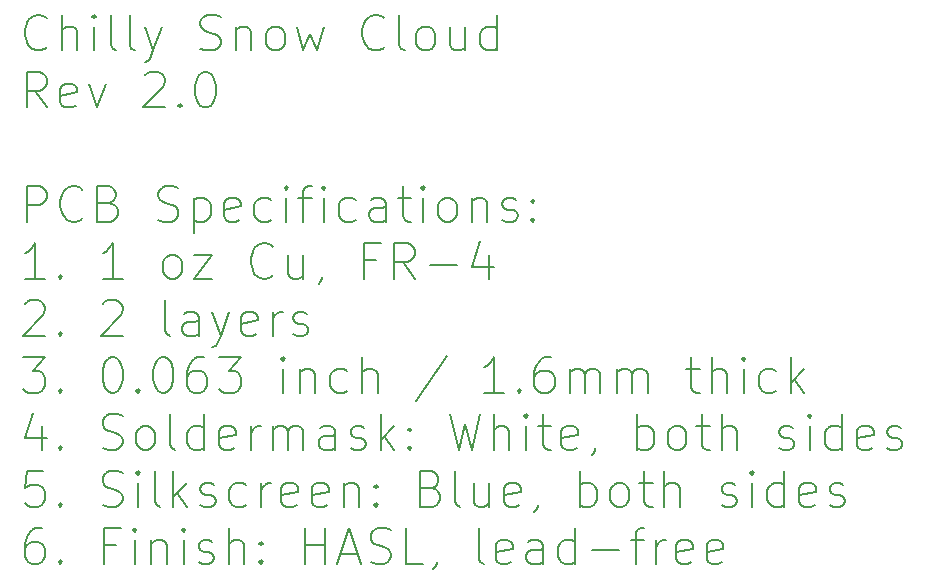
<source format=gbr>
%TF.GenerationSoftware,KiCad,Pcbnew,(6.0.4)*%
%TF.CreationDate,2024-01-19T15:31:49-08:00*%
%TF.ProjectId,Alpenglow_ChillySnowCloud_PCB,416c7065-6e67-46c6-9f77-5f4368696c6c,rev?*%
%TF.SameCoordinates,Original*%
%TF.FileFunction,Other,Comment*%
%FSLAX46Y46*%
G04 Gerber Fmt 4.6, Leading zero omitted, Abs format (unit mm)*
G04 Created by KiCad (PCBNEW (6.0.4)) date 2024-01-19 15:31:49*
%MOMM*%
%LPD*%
G01*
G04 APERTURE LIST*
%ADD10C,0.200000*%
G04 APERTURE END LIST*
D10*
X153688571Y-74332428D02*
X153545714Y-74475285D01*
X153117142Y-74618142D01*
X152831428Y-74618142D01*
X152402857Y-74475285D01*
X152117142Y-74189571D01*
X151974285Y-73903857D01*
X151831428Y-73332428D01*
X151831428Y-72903857D01*
X151974285Y-72332428D01*
X152117142Y-72046714D01*
X152402857Y-71761000D01*
X152831428Y-71618142D01*
X153117142Y-71618142D01*
X153545714Y-71761000D01*
X153688571Y-71903857D01*
X154974285Y-74618142D02*
X154974285Y-71618142D01*
X156260000Y-74618142D02*
X156260000Y-73046714D01*
X156117142Y-72761000D01*
X155831428Y-72618142D01*
X155402857Y-72618142D01*
X155117142Y-72761000D01*
X154974285Y-72903857D01*
X157688571Y-74618142D02*
X157688571Y-72618142D01*
X157688571Y-71618142D02*
X157545714Y-71761000D01*
X157688571Y-71903857D01*
X157831428Y-71761000D01*
X157688571Y-71618142D01*
X157688571Y-71903857D01*
X159545714Y-74618142D02*
X159260000Y-74475285D01*
X159117142Y-74189571D01*
X159117142Y-71618142D01*
X161117142Y-74618142D02*
X160831428Y-74475285D01*
X160688571Y-74189571D01*
X160688571Y-71618142D01*
X161974285Y-72618142D02*
X162688571Y-74618142D01*
X163402857Y-72618142D02*
X162688571Y-74618142D01*
X162402857Y-75332428D01*
X162260000Y-75475285D01*
X161974285Y-75618142D01*
X166688571Y-74475285D02*
X167117142Y-74618142D01*
X167831428Y-74618142D01*
X168117142Y-74475285D01*
X168260000Y-74332428D01*
X168402857Y-74046714D01*
X168402857Y-73761000D01*
X168260000Y-73475285D01*
X168117142Y-73332428D01*
X167831428Y-73189571D01*
X167260000Y-73046714D01*
X166974285Y-72903857D01*
X166831428Y-72761000D01*
X166688571Y-72475285D01*
X166688571Y-72189571D01*
X166831428Y-71903857D01*
X166974285Y-71761000D01*
X167260000Y-71618142D01*
X167974285Y-71618142D01*
X168402857Y-71761000D01*
X169688571Y-72618142D02*
X169688571Y-74618142D01*
X169688571Y-72903857D02*
X169831428Y-72761000D01*
X170117142Y-72618142D01*
X170545714Y-72618142D01*
X170831428Y-72761000D01*
X170974285Y-73046714D01*
X170974285Y-74618142D01*
X172831428Y-74618142D02*
X172545714Y-74475285D01*
X172402857Y-74332428D01*
X172260000Y-74046714D01*
X172260000Y-73189571D01*
X172402857Y-72903857D01*
X172545714Y-72761000D01*
X172831428Y-72618142D01*
X173260000Y-72618142D01*
X173545714Y-72761000D01*
X173688571Y-72903857D01*
X173831428Y-73189571D01*
X173831428Y-74046714D01*
X173688571Y-74332428D01*
X173545714Y-74475285D01*
X173260000Y-74618142D01*
X172831428Y-74618142D01*
X174831428Y-72618142D02*
X175402857Y-74618142D01*
X175974285Y-73189571D01*
X176545714Y-74618142D01*
X177117142Y-72618142D01*
X182260000Y-74332428D02*
X182117142Y-74475285D01*
X181688571Y-74618142D01*
X181402857Y-74618142D01*
X180974285Y-74475285D01*
X180688571Y-74189571D01*
X180545714Y-73903857D01*
X180402857Y-73332428D01*
X180402857Y-72903857D01*
X180545714Y-72332428D01*
X180688571Y-72046714D01*
X180974285Y-71761000D01*
X181402857Y-71618142D01*
X181688571Y-71618142D01*
X182117142Y-71761000D01*
X182260000Y-71903857D01*
X183974285Y-74618142D02*
X183688571Y-74475285D01*
X183545714Y-74189571D01*
X183545714Y-71618142D01*
X185545714Y-74618142D02*
X185260000Y-74475285D01*
X185117142Y-74332428D01*
X184974285Y-74046714D01*
X184974285Y-73189571D01*
X185117142Y-72903857D01*
X185260000Y-72761000D01*
X185545714Y-72618142D01*
X185974285Y-72618142D01*
X186260000Y-72761000D01*
X186402857Y-72903857D01*
X186545714Y-73189571D01*
X186545714Y-74046714D01*
X186402857Y-74332428D01*
X186260000Y-74475285D01*
X185974285Y-74618142D01*
X185545714Y-74618142D01*
X189117142Y-72618142D02*
X189117142Y-74618142D01*
X187831428Y-72618142D02*
X187831428Y-74189571D01*
X187974285Y-74475285D01*
X188260000Y-74618142D01*
X188688571Y-74618142D01*
X188974285Y-74475285D01*
X189117142Y-74332428D01*
X191831428Y-74618142D02*
X191831428Y-71618142D01*
X191831428Y-74475285D02*
X191545714Y-74618142D01*
X190974285Y-74618142D01*
X190688571Y-74475285D01*
X190545714Y-74332428D01*
X190402857Y-74046714D01*
X190402857Y-73189571D01*
X190545714Y-72903857D01*
X190688571Y-72761000D01*
X190974285Y-72618142D01*
X191545714Y-72618142D01*
X191831428Y-72761000D01*
X153688571Y-79448142D02*
X152688571Y-78019571D01*
X151974285Y-79448142D02*
X151974285Y-76448142D01*
X153117142Y-76448142D01*
X153402857Y-76591000D01*
X153545714Y-76733857D01*
X153688571Y-77019571D01*
X153688571Y-77448142D01*
X153545714Y-77733857D01*
X153402857Y-77876714D01*
X153117142Y-78019571D01*
X151974285Y-78019571D01*
X156117142Y-79305285D02*
X155831428Y-79448142D01*
X155260000Y-79448142D01*
X154974285Y-79305285D01*
X154831428Y-79019571D01*
X154831428Y-77876714D01*
X154974285Y-77591000D01*
X155260000Y-77448142D01*
X155831428Y-77448142D01*
X156117142Y-77591000D01*
X156260000Y-77876714D01*
X156260000Y-78162428D01*
X154831428Y-78448142D01*
X157260000Y-77448142D02*
X157974285Y-79448142D01*
X158688571Y-77448142D01*
X161974285Y-76733857D02*
X162117142Y-76591000D01*
X162402857Y-76448142D01*
X163117142Y-76448142D01*
X163402857Y-76591000D01*
X163545714Y-76733857D01*
X163688571Y-77019571D01*
X163688571Y-77305285D01*
X163545714Y-77733857D01*
X161831428Y-79448142D01*
X163688571Y-79448142D01*
X164974285Y-79162428D02*
X165117142Y-79305285D01*
X164974285Y-79448142D01*
X164831428Y-79305285D01*
X164974285Y-79162428D01*
X164974285Y-79448142D01*
X166974285Y-76448142D02*
X167260000Y-76448142D01*
X167545714Y-76591000D01*
X167688571Y-76733857D01*
X167831428Y-77019571D01*
X167974285Y-77591000D01*
X167974285Y-78305285D01*
X167831428Y-78876714D01*
X167688571Y-79162428D01*
X167545714Y-79305285D01*
X167260000Y-79448142D01*
X166974285Y-79448142D01*
X166688571Y-79305285D01*
X166545714Y-79162428D01*
X166402857Y-78876714D01*
X166260000Y-78305285D01*
X166260000Y-77591000D01*
X166402857Y-77019571D01*
X166545714Y-76733857D01*
X166688571Y-76591000D01*
X166974285Y-76448142D01*
X151974285Y-89108142D02*
X151974285Y-86108142D01*
X153117142Y-86108142D01*
X153402857Y-86251000D01*
X153545714Y-86393857D01*
X153688571Y-86679571D01*
X153688571Y-87108142D01*
X153545714Y-87393857D01*
X153402857Y-87536714D01*
X153117142Y-87679571D01*
X151974285Y-87679571D01*
X156688571Y-88822428D02*
X156545714Y-88965285D01*
X156117142Y-89108142D01*
X155831428Y-89108142D01*
X155402857Y-88965285D01*
X155117142Y-88679571D01*
X154974285Y-88393857D01*
X154831428Y-87822428D01*
X154831428Y-87393857D01*
X154974285Y-86822428D01*
X155117142Y-86536714D01*
X155402857Y-86251000D01*
X155831428Y-86108142D01*
X156117142Y-86108142D01*
X156545714Y-86251000D01*
X156688571Y-86393857D01*
X158974285Y-87536714D02*
X159402857Y-87679571D01*
X159545714Y-87822428D01*
X159688571Y-88108142D01*
X159688571Y-88536714D01*
X159545714Y-88822428D01*
X159402857Y-88965285D01*
X159117142Y-89108142D01*
X157974285Y-89108142D01*
X157974285Y-86108142D01*
X158974285Y-86108142D01*
X159260000Y-86251000D01*
X159402857Y-86393857D01*
X159545714Y-86679571D01*
X159545714Y-86965285D01*
X159402857Y-87251000D01*
X159260000Y-87393857D01*
X158974285Y-87536714D01*
X157974285Y-87536714D01*
X163117142Y-88965285D02*
X163545714Y-89108142D01*
X164260000Y-89108142D01*
X164545714Y-88965285D01*
X164688571Y-88822428D01*
X164831428Y-88536714D01*
X164831428Y-88251000D01*
X164688571Y-87965285D01*
X164545714Y-87822428D01*
X164260000Y-87679571D01*
X163688571Y-87536714D01*
X163402857Y-87393857D01*
X163260000Y-87251000D01*
X163117142Y-86965285D01*
X163117142Y-86679571D01*
X163260000Y-86393857D01*
X163402857Y-86251000D01*
X163688571Y-86108142D01*
X164402857Y-86108142D01*
X164831428Y-86251000D01*
X166117142Y-87108142D02*
X166117142Y-90108142D01*
X166117142Y-87251000D02*
X166402857Y-87108142D01*
X166974285Y-87108142D01*
X167260000Y-87251000D01*
X167402857Y-87393857D01*
X167545714Y-87679571D01*
X167545714Y-88536714D01*
X167402857Y-88822428D01*
X167260000Y-88965285D01*
X166974285Y-89108142D01*
X166402857Y-89108142D01*
X166117142Y-88965285D01*
X169974285Y-88965285D02*
X169688571Y-89108142D01*
X169117142Y-89108142D01*
X168831428Y-88965285D01*
X168688571Y-88679571D01*
X168688571Y-87536714D01*
X168831428Y-87251000D01*
X169117142Y-87108142D01*
X169688571Y-87108142D01*
X169974285Y-87251000D01*
X170117142Y-87536714D01*
X170117142Y-87822428D01*
X168688571Y-88108142D01*
X172688571Y-88965285D02*
X172402857Y-89108142D01*
X171831428Y-89108142D01*
X171545714Y-88965285D01*
X171402857Y-88822428D01*
X171260000Y-88536714D01*
X171260000Y-87679571D01*
X171402857Y-87393857D01*
X171545714Y-87251000D01*
X171831428Y-87108142D01*
X172402857Y-87108142D01*
X172688571Y-87251000D01*
X173974285Y-89108142D02*
X173974285Y-87108142D01*
X173974285Y-86108142D02*
X173831428Y-86251000D01*
X173974285Y-86393857D01*
X174117142Y-86251000D01*
X173974285Y-86108142D01*
X173974285Y-86393857D01*
X174974285Y-87108142D02*
X176117142Y-87108142D01*
X175402857Y-89108142D02*
X175402857Y-86536714D01*
X175545714Y-86251000D01*
X175831428Y-86108142D01*
X176117142Y-86108142D01*
X177117142Y-89108142D02*
X177117142Y-87108142D01*
X177117142Y-86108142D02*
X176974285Y-86251000D01*
X177117142Y-86393857D01*
X177260000Y-86251000D01*
X177117142Y-86108142D01*
X177117142Y-86393857D01*
X179831428Y-88965285D02*
X179545714Y-89108142D01*
X178974285Y-89108142D01*
X178688571Y-88965285D01*
X178545714Y-88822428D01*
X178402857Y-88536714D01*
X178402857Y-87679571D01*
X178545714Y-87393857D01*
X178688571Y-87251000D01*
X178974285Y-87108142D01*
X179545714Y-87108142D01*
X179831428Y-87251000D01*
X182402857Y-89108142D02*
X182402857Y-87536714D01*
X182260000Y-87251000D01*
X181974285Y-87108142D01*
X181402857Y-87108142D01*
X181117142Y-87251000D01*
X182402857Y-88965285D02*
X182117142Y-89108142D01*
X181402857Y-89108142D01*
X181117142Y-88965285D01*
X180974285Y-88679571D01*
X180974285Y-88393857D01*
X181117142Y-88108142D01*
X181402857Y-87965285D01*
X182117142Y-87965285D01*
X182402857Y-87822428D01*
X183402857Y-87108142D02*
X184545714Y-87108142D01*
X183831428Y-86108142D02*
X183831428Y-88679571D01*
X183974285Y-88965285D01*
X184260000Y-89108142D01*
X184545714Y-89108142D01*
X185545714Y-89108142D02*
X185545714Y-87108142D01*
X185545714Y-86108142D02*
X185402857Y-86251000D01*
X185545714Y-86393857D01*
X185688571Y-86251000D01*
X185545714Y-86108142D01*
X185545714Y-86393857D01*
X187402857Y-89108142D02*
X187117142Y-88965285D01*
X186974285Y-88822428D01*
X186831428Y-88536714D01*
X186831428Y-87679571D01*
X186974285Y-87393857D01*
X187117142Y-87251000D01*
X187402857Y-87108142D01*
X187831428Y-87108142D01*
X188117142Y-87251000D01*
X188260000Y-87393857D01*
X188402857Y-87679571D01*
X188402857Y-88536714D01*
X188260000Y-88822428D01*
X188117142Y-88965285D01*
X187831428Y-89108142D01*
X187402857Y-89108142D01*
X189688571Y-87108142D02*
X189688571Y-89108142D01*
X189688571Y-87393857D02*
X189831428Y-87251000D01*
X190117142Y-87108142D01*
X190545714Y-87108142D01*
X190831428Y-87251000D01*
X190974285Y-87536714D01*
X190974285Y-89108142D01*
X192260000Y-88965285D02*
X192545714Y-89108142D01*
X193117142Y-89108142D01*
X193402857Y-88965285D01*
X193545714Y-88679571D01*
X193545714Y-88536714D01*
X193402857Y-88251000D01*
X193117142Y-88108142D01*
X192688571Y-88108142D01*
X192402857Y-87965285D01*
X192260000Y-87679571D01*
X192260000Y-87536714D01*
X192402857Y-87251000D01*
X192688571Y-87108142D01*
X193117142Y-87108142D01*
X193402857Y-87251000D01*
X194831428Y-88822428D02*
X194974285Y-88965285D01*
X194831428Y-89108142D01*
X194688571Y-88965285D01*
X194831428Y-88822428D01*
X194831428Y-89108142D01*
X194831428Y-87251000D02*
X194974285Y-87393857D01*
X194831428Y-87536714D01*
X194688571Y-87393857D01*
X194831428Y-87251000D01*
X194831428Y-87536714D01*
X153545714Y-93938142D02*
X151831428Y-93938142D01*
X152688571Y-93938142D02*
X152688571Y-90938142D01*
X152402857Y-91366714D01*
X152117142Y-91652428D01*
X151831428Y-91795285D01*
X154831428Y-93652428D02*
X154974285Y-93795285D01*
X154831428Y-93938142D01*
X154688571Y-93795285D01*
X154831428Y-93652428D01*
X154831428Y-93938142D01*
X160117142Y-93938142D02*
X158402857Y-93938142D01*
X159260000Y-93938142D02*
X159260000Y-90938142D01*
X158974285Y-91366714D01*
X158688571Y-91652428D01*
X158402857Y-91795285D01*
X164117142Y-93938142D02*
X163831428Y-93795285D01*
X163688571Y-93652428D01*
X163545714Y-93366714D01*
X163545714Y-92509571D01*
X163688571Y-92223857D01*
X163831428Y-92081000D01*
X164117142Y-91938142D01*
X164545714Y-91938142D01*
X164831428Y-92081000D01*
X164974285Y-92223857D01*
X165117142Y-92509571D01*
X165117142Y-93366714D01*
X164974285Y-93652428D01*
X164831428Y-93795285D01*
X164545714Y-93938142D01*
X164117142Y-93938142D01*
X166117142Y-91938142D02*
X167688571Y-91938142D01*
X166117142Y-93938142D01*
X167688571Y-93938142D01*
X172831428Y-93652428D02*
X172688571Y-93795285D01*
X172260000Y-93938142D01*
X171974285Y-93938142D01*
X171545714Y-93795285D01*
X171260000Y-93509571D01*
X171117142Y-93223857D01*
X170974285Y-92652428D01*
X170974285Y-92223857D01*
X171117142Y-91652428D01*
X171260000Y-91366714D01*
X171545714Y-91081000D01*
X171974285Y-90938142D01*
X172260000Y-90938142D01*
X172688571Y-91081000D01*
X172831428Y-91223857D01*
X175402857Y-91938142D02*
X175402857Y-93938142D01*
X174117142Y-91938142D02*
X174117142Y-93509571D01*
X174260000Y-93795285D01*
X174545714Y-93938142D01*
X174974285Y-93938142D01*
X175260000Y-93795285D01*
X175402857Y-93652428D01*
X176974285Y-93795285D02*
X176974285Y-93938142D01*
X176831428Y-94223857D01*
X176688571Y-94366714D01*
X181545714Y-92366714D02*
X180545714Y-92366714D01*
X180545714Y-93938142D02*
X180545714Y-90938142D01*
X181974285Y-90938142D01*
X184831428Y-93938142D02*
X183831428Y-92509571D01*
X183117142Y-93938142D02*
X183117142Y-90938142D01*
X184260000Y-90938142D01*
X184545714Y-91081000D01*
X184688571Y-91223857D01*
X184831428Y-91509571D01*
X184831428Y-91938142D01*
X184688571Y-92223857D01*
X184545714Y-92366714D01*
X184260000Y-92509571D01*
X183117142Y-92509571D01*
X186117142Y-92795285D02*
X188402857Y-92795285D01*
X191117142Y-91938142D02*
X191117142Y-93938142D01*
X190402857Y-90795285D02*
X189688571Y-92938142D01*
X191545714Y-92938142D01*
X151831428Y-96053857D02*
X151974285Y-95911000D01*
X152260000Y-95768142D01*
X152974285Y-95768142D01*
X153260000Y-95911000D01*
X153402857Y-96053857D01*
X153545714Y-96339571D01*
X153545714Y-96625285D01*
X153402857Y-97053857D01*
X151688571Y-98768142D01*
X153545714Y-98768142D01*
X154831428Y-98482428D02*
X154974285Y-98625285D01*
X154831428Y-98768142D01*
X154688571Y-98625285D01*
X154831428Y-98482428D01*
X154831428Y-98768142D01*
X158402857Y-96053857D02*
X158545714Y-95911000D01*
X158831428Y-95768142D01*
X159545714Y-95768142D01*
X159831428Y-95911000D01*
X159974285Y-96053857D01*
X160117142Y-96339571D01*
X160117142Y-96625285D01*
X159974285Y-97053857D01*
X158260000Y-98768142D01*
X160117142Y-98768142D01*
X164117142Y-98768142D02*
X163831428Y-98625285D01*
X163688571Y-98339571D01*
X163688571Y-95768142D01*
X166545714Y-98768142D02*
X166545714Y-97196714D01*
X166402857Y-96911000D01*
X166117142Y-96768142D01*
X165545714Y-96768142D01*
X165260000Y-96911000D01*
X166545714Y-98625285D02*
X166260000Y-98768142D01*
X165545714Y-98768142D01*
X165260000Y-98625285D01*
X165117142Y-98339571D01*
X165117142Y-98053857D01*
X165260000Y-97768142D01*
X165545714Y-97625285D01*
X166260000Y-97625285D01*
X166545714Y-97482428D01*
X167688571Y-96768142D02*
X168402857Y-98768142D01*
X169117142Y-96768142D02*
X168402857Y-98768142D01*
X168117142Y-99482428D01*
X167974285Y-99625285D01*
X167688571Y-99768142D01*
X171402857Y-98625285D02*
X171117142Y-98768142D01*
X170545714Y-98768142D01*
X170260000Y-98625285D01*
X170117142Y-98339571D01*
X170117142Y-97196714D01*
X170260000Y-96911000D01*
X170545714Y-96768142D01*
X171117142Y-96768142D01*
X171402857Y-96911000D01*
X171545714Y-97196714D01*
X171545714Y-97482428D01*
X170117142Y-97768142D01*
X172831428Y-98768142D02*
X172831428Y-96768142D01*
X172831428Y-97339571D02*
X172974285Y-97053857D01*
X173117142Y-96911000D01*
X173402857Y-96768142D01*
X173688571Y-96768142D01*
X174545714Y-98625285D02*
X174831428Y-98768142D01*
X175402857Y-98768142D01*
X175688571Y-98625285D01*
X175831428Y-98339571D01*
X175831428Y-98196714D01*
X175688571Y-97911000D01*
X175402857Y-97768142D01*
X174974285Y-97768142D01*
X174688571Y-97625285D01*
X174545714Y-97339571D01*
X174545714Y-97196714D01*
X174688571Y-96911000D01*
X174974285Y-96768142D01*
X175402857Y-96768142D01*
X175688571Y-96911000D01*
X151688571Y-100598142D02*
X153545714Y-100598142D01*
X152545714Y-101741000D01*
X152974285Y-101741000D01*
X153260000Y-101883857D01*
X153402857Y-102026714D01*
X153545714Y-102312428D01*
X153545714Y-103026714D01*
X153402857Y-103312428D01*
X153260000Y-103455285D01*
X152974285Y-103598142D01*
X152117142Y-103598142D01*
X151831428Y-103455285D01*
X151688571Y-103312428D01*
X154831428Y-103312428D02*
X154974285Y-103455285D01*
X154831428Y-103598142D01*
X154688571Y-103455285D01*
X154831428Y-103312428D01*
X154831428Y-103598142D01*
X159117142Y-100598142D02*
X159402857Y-100598142D01*
X159688571Y-100741000D01*
X159831428Y-100883857D01*
X159974285Y-101169571D01*
X160117142Y-101741000D01*
X160117142Y-102455285D01*
X159974285Y-103026714D01*
X159831428Y-103312428D01*
X159688571Y-103455285D01*
X159402857Y-103598142D01*
X159117142Y-103598142D01*
X158831428Y-103455285D01*
X158688571Y-103312428D01*
X158545714Y-103026714D01*
X158402857Y-102455285D01*
X158402857Y-101741000D01*
X158545714Y-101169571D01*
X158688571Y-100883857D01*
X158831428Y-100741000D01*
X159117142Y-100598142D01*
X161402857Y-103312428D02*
X161545714Y-103455285D01*
X161402857Y-103598142D01*
X161260000Y-103455285D01*
X161402857Y-103312428D01*
X161402857Y-103598142D01*
X163402857Y-100598142D02*
X163688571Y-100598142D01*
X163974285Y-100741000D01*
X164117142Y-100883857D01*
X164260000Y-101169571D01*
X164402857Y-101741000D01*
X164402857Y-102455285D01*
X164260000Y-103026714D01*
X164117142Y-103312428D01*
X163974285Y-103455285D01*
X163688571Y-103598142D01*
X163402857Y-103598142D01*
X163117142Y-103455285D01*
X162974285Y-103312428D01*
X162831428Y-103026714D01*
X162688571Y-102455285D01*
X162688571Y-101741000D01*
X162831428Y-101169571D01*
X162974285Y-100883857D01*
X163117142Y-100741000D01*
X163402857Y-100598142D01*
X166974285Y-100598142D02*
X166402857Y-100598142D01*
X166117142Y-100741000D01*
X165974285Y-100883857D01*
X165688571Y-101312428D01*
X165545714Y-101883857D01*
X165545714Y-103026714D01*
X165688571Y-103312428D01*
X165831428Y-103455285D01*
X166117142Y-103598142D01*
X166688571Y-103598142D01*
X166974285Y-103455285D01*
X167117142Y-103312428D01*
X167260000Y-103026714D01*
X167260000Y-102312428D01*
X167117142Y-102026714D01*
X166974285Y-101883857D01*
X166688571Y-101741000D01*
X166117142Y-101741000D01*
X165831428Y-101883857D01*
X165688571Y-102026714D01*
X165545714Y-102312428D01*
X168260000Y-100598142D02*
X170117142Y-100598142D01*
X169117142Y-101741000D01*
X169545714Y-101741000D01*
X169831428Y-101883857D01*
X169974285Y-102026714D01*
X170117142Y-102312428D01*
X170117142Y-103026714D01*
X169974285Y-103312428D01*
X169831428Y-103455285D01*
X169545714Y-103598142D01*
X168688571Y-103598142D01*
X168402857Y-103455285D01*
X168260000Y-103312428D01*
X173688571Y-103598142D02*
X173688571Y-101598142D01*
X173688571Y-100598142D02*
X173545714Y-100741000D01*
X173688571Y-100883857D01*
X173831428Y-100741000D01*
X173688571Y-100598142D01*
X173688571Y-100883857D01*
X175117142Y-101598142D02*
X175117142Y-103598142D01*
X175117142Y-101883857D02*
X175260000Y-101741000D01*
X175545714Y-101598142D01*
X175974285Y-101598142D01*
X176260000Y-101741000D01*
X176402857Y-102026714D01*
X176402857Y-103598142D01*
X179117142Y-103455285D02*
X178831428Y-103598142D01*
X178260000Y-103598142D01*
X177974285Y-103455285D01*
X177831428Y-103312428D01*
X177688571Y-103026714D01*
X177688571Y-102169571D01*
X177831428Y-101883857D01*
X177974285Y-101741000D01*
X178260000Y-101598142D01*
X178831428Y-101598142D01*
X179117142Y-101741000D01*
X180402857Y-103598142D02*
X180402857Y-100598142D01*
X181688571Y-103598142D02*
X181688571Y-102026714D01*
X181545714Y-101741000D01*
X181260000Y-101598142D01*
X180831428Y-101598142D01*
X180545714Y-101741000D01*
X180402857Y-101883857D01*
X187545714Y-100455285D02*
X184974285Y-104312428D01*
X192402857Y-103598142D02*
X190688571Y-103598142D01*
X191545714Y-103598142D02*
X191545714Y-100598142D01*
X191260000Y-101026714D01*
X190974285Y-101312428D01*
X190688571Y-101455285D01*
X193688571Y-103312428D02*
X193831428Y-103455285D01*
X193688571Y-103598142D01*
X193545714Y-103455285D01*
X193688571Y-103312428D01*
X193688571Y-103598142D01*
X196402857Y-100598142D02*
X195831428Y-100598142D01*
X195545714Y-100741000D01*
X195402857Y-100883857D01*
X195117142Y-101312428D01*
X194974285Y-101883857D01*
X194974285Y-103026714D01*
X195117142Y-103312428D01*
X195260000Y-103455285D01*
X195545714Y-103598142D01*
X196117142Y-103598142D01*
X196402857Y-103455285D01*
X196545714Y-103312428D01*
X196688571Y-103026714D01*
X196688571Y-102312428D01*
X196545714Y-102026714D01*
X196402857Y-101883857D01*
X196117142Y-101741000D01*
X195545714Y-101741000D01*
X195260000Y-101883857D01*
X195117142Y-102026714D01*
X194974285Y-102312428D01*
X197974285Y-103598142D02*
X197974285Y-101598142D01*
X197974285Y-101883857D02*
X198117142Y-101741000D01*
X198402857Y-101598142D01*
X198831428Y-101598142D01*
X199117142Y-101741000D01*
X199260000Y-102026714D01*
X199260000Y-103598142D01*
X199260000Y-102026714D02*
X199402857Y-101741000D01*
X199688571Y-101598142D01*
X200117142Y-101598142D01*
X200402857Y-101741000D01*
X200545714Y-102026714D01*
X200545714Y-103598142D01*
X201974285Y-103598142D02*
X201974285Y-101598142D01*
X201974285Y-101883857D02*
X202117142Y-101741000D01*
X202402857Y-101598142D01*
X202831428Y-101598142D01*
X203117142Y-101741000D01*
X203260000Y-102026714D01*
X203260000Y-103598142D01*
X203260000Y-102026714D02*
X203402857Y-101741000D01*
X203688571Y-101598142D01*
X204117142Y-101598142D01*
X204402857Y-101741000D01*
X204545714Y-102026714D01*
X204545714Y-103598142D01*
X207831428Y-101598142D02*
X208974285Y-101598142D01*
X208260000Y-100598142D02*
X208260000Y-103169571D01*
X208402857Y-103455285D01*
X208688571Y-103598142D01*
X208974285Y-103598142D01*
X209974285Y-103598142D02*
X209974285Y-100598142D01*
X211260000Y-103598142D02*
X211260000Y-102026714D01*
X211117142Y-101741000D01*
X210831428Y-101598142D01*
X210402857Y-101598142D01*
X210117142Y-101741000D01*
X209974285Y-101883857D01*
X212688571Y-103598142D02*
X212688571Y-101598142D01*
X212688571Y-100598142D02*
X212545714Y-100741000D01*
X212688571Y-100883857D01*
X212831428Y-100741000D01*
X212688571Y-100598142D01*
X212688571Y-100883857D01*
X215402857Y-103455285D02*
X215117142Y-103598142D01*
X214545714Y-103598142D01*
X214260000Y-103455285D01*
X214117142Y-103312428D01*
X213974285Y-103026714D01*
X213974285Y-102169571D01*
X214117142Y-101883857D01*
X214260000Y-101741000D01*
X214545714Y-101598142D01*
X215117142Y-101598142D01*
X215402857Y-101741000D01*
X216688571Y-103598142D02*
X216688571Y-100598142D01*
X216974285Y-102455285D02*
X217831428Y-103598142D01*
X217831428Y-101598142D02*
X216688571Y-102741000D01*
X153260000Y-106428142D02*
X153260000Y-108428142D01*
X152545714Y-105285285D02*
X151831428Y-107428142D01*
X153688571Y-107428142D01*
X154831428Y-108142428D02*
X154974285Y-108285285D01*
X154831428Y-108428142D01*
X154688571Y-108285285D01*
X154831428Y-108142428D01*
X154831428Y-108428142D01*
X158402857Y-108285285D02*
X158831428Y-108428142D01*
X159545714Y-108428142D01*
X159831428Y-108285285D01*
X159974285Y-108142428D01*
X160117142Y-107856714D01*
X160117142Y-107571000D01*
X159974285Y-107285285D01*
X159831428Y-107142428D01*
X159545714Y-106999571D01*
X158974285Y-106856714D01*
X158688571Y-106713857D01*
X158545714Y-106571000D01*
X158402857Y-106285285D01*
X158402857Y-105999571D01*
X158545714Y-105713857D01*
X158688571Y-105571000D01*
X158974285Y-105428142D01*
X159688571Y-105428142D01*
X160117142Y-105571000D01*
X161831428Y-108428142D02*
X161545714Y-108285285D01*
X161402857Y-108142428D01*
X161260000Y-107856714D01*
X161260000Y-106999571D01*
X161402857Y-106713857D01*
X161545714Y-106571000D01*
X161831428Y-106428142D01*
X162260000Y-106428142D01*
X162545714Y-106571000D01*
X162688571Y-106713857D01*
X162831428Y-106999571D01*
X162831428Y-107856714D01*
X162688571Y-108142428D01*
X162545714Y-108285285D01*
X162260000Y-108428142D01*
X161831428Y-108428142D01*
X164545714Y-108428142D02*
X164260000Y-108285285D01*
X164117142Y-107999571D01*
X164117142Y-105428142D01*
X166974285Y-108428142D02*
X166974285Y-105428142D01*
X166974285Y-108285285D02*
X166688571Y-108428142D01*
X166117142Y-108428142D01*
X165831428Y-108285285D01*
X165688571Y-108142428D01*
X165545714Y-107856714D01*
X165545714Y-106999571D01*
X165688571Y-106713857D01*
X165831428Y-106571000D01*
X166117142Y-106428142D01*
X166688571Y-106428142D01*
X166974285Y-106571000D01*
X169545714Y-108285285D02*
X169260000Y-108428142D01*
X168688571Y-108428142D01*
X168402857Y-108285285D01*
X168260000Y-107999571D01*
X168260000Y-106856714D01*
X168402857Y-106571000D01*
X168688571Y-106428142D01*
X169260000Y-106428142D01*
X169545714Y-106571000D01*
X169688571Y-106856714D01*
X169688571Y-107142428D01*
X168260000Y-107428142D01*
X170974285Y-108428142D02*
X170974285Y-106428142D01*
X170974285Y-106999571D02*
X171117142Y-106713857D01*
X171260000Y-106571000D01*
X171545714Y-106428142D01*
X171831428Y-106428142D01*
X172831428Y-108428142D02*
X172831428Y-106428142D01*
X172831428Y-106713857D02*
X172974285Y-106571000D01*
X173260000Y-106428142D01*
X173688571Y-106428142D01*
X173974285Y-106571000D01*
X174117142Y-106856714D01*
X174117142Y-108428142D01*
X174117142Y-106856714D02*
X174260000Y-106571000D01*
X174545714Y-106428142D01*
X174974285Y-106428142D01*
X175260000Y-106571000D01*
X175402857Y-106856714D01*
X175402857Y-108428142D01*
X178117142Y-108428142D02*
X178117142Y-106856714D01*
X177974285Y-106571000D01*
X177688571Y-106428142D01*
X177117142Y-106428142D01*
X176831428Y-106571000D01*
X178117142Y-108285285D02*
X177831428Y-108428142D01*
X177117142Y-108428142D01*
X176831428Y-108285285D01*
X176688571Y-107999571D01*
X176688571Y-107713857D01*
X176831428Y-107428142D01*
X177117142Y-107285285D01*
X177831428Y-107285285D01*
X178117142Y-107142428D01*
X179402857Y-108285285D02*
X179688571Y-108428142D01*
X180260000Y-108428142D01*
X180545714Y-108285285D01*
X180688571Y-107999571D01*
X180688571Y-107856714D01*
X180545714Y-107571000D01*
X180260000Y-107428142D01*
X179831428Y-107428142D01*
X179545714Y-107285285D01*
X179402857Y-106999571D01*
X179402857Y-106856714D01*
X179545714Y-106571000D01*
X179831428Y-106428142D01*
X180260000Y-106428142D01*
X180545714Y-106571000D01*
X181974285Y-108428142D02*
X181974285Y-105428142D01*
X182260000Y-107285285D02*
X183117142Y-108428142D01*
X183117142Y-106428142D02*
X181974285Y-107571000D01*
X184402857Y-108142428D02*
X184545714Y-108285285D01*
X184402857Y-108428142D01*
X184260000Y-108285285D01*
X184402857Y-108142428D01*
X184402857Y-108428142D01*
X184402857Y-106571000D02*
X184545714Y-106713857D01*
X184402857Y-106856714D01*
X184260000Y-106713857D01*
X184402857Y-106571000D01*
X184402857Y-106856714D01*
X187831428Y-105428142D02*
X188545714Y-108428142D01*
X189117142Y-106285285D01*
X189688571Y-108428142D01*
X190402857Y-105428142D01*
X191545714Y-108428142D02*
X191545714Y-105428142D01*
X192831428Y-108428142D02*
X192831428Y-106856714D01*
X192688571Y-106571000D01*
X192402857Y-106428142D01*
X191974285Y-106428142D01*
X191688571Y-106571000D01*
X191545714Y-106713857D01*
X194260000Y-108428142D02*
X194260000Y-106428142D01*
X194260000Y-105428142D02*
X194117142Y-105571000D01*
X194260000Y-105713857D01*
X194402857Y-105571000D01*
X194260000Y-105428142D01*
X194260000Y-105713857D01*
X195260000Y-106428142D02*
X196402857Y-106428142D01*
X195688571Y-105428142D02*
X195688571Y-107999571D01*
X195831428Y-108285285D01*
X196117142Y-108428142D01*
X196402857Y-108428142D01*
X198545714Y-108285285D02*
X198260000Y-108428142D01*
X197688571Y-108428142D01*
X197402857Y-108285285D01*
X197260000Y-107999571D01*
X197260000Y-106856714D01*
X197402857Y-106571000D01*
X197688571Y-106428142D01*
X198260000Y-106428142D01*
X198545714Y-106571000D01*
X198688571Y-106856714D01*
X198688571Y-107142428D01*
X197260000Y-107428142D01*
X200117142Y-108285285D02*
X200117142Y-108428142D01*
X199974285Y-108713857D01*
X199831428Y-108856714D01*
X203688571Y-108428142D02*
X203688571Y-105428142D01*
X203688571Y-106571000D02*
X203974285Y-106428142D01*
X204545714Y-106428142D01*
X204831428Y-106571000D01*
X204974285Y-106713857D01*
X205117142Y-106999571D01*
X205117142Y-107856714D01*
X204974285Y-108142428D01*
X204831428Y-108285285D01*
X204545714Y-108428142D01*
X203974285Y-108428142D01*
X203688571Y-108285285D01*
X206831428Y-108428142D02*
X206545714Y-108285285D01*
X206402857Y-108142428D01*
X206260000Y-107856714D01*
X206260000Y-106999571D01*
X206402857Y-106713857D01*
X206545714Y-106571000D01*
X206831428Y-106428142D01*
X207260000Y-106428142D01*
X207545714Y-106571000D01*
X207688571Y-106713857D01*
X207831428Y-106999571D01*
X207831428Y-107856714D01*
X207688571Y-108142428D01*
X207545714Y-108285285D01*
X207260000Y-108428142D01*
X206831428Y-108428142D01*
X208688571Y-106428142D02*
X209831428Y-106428142D01*
X209117142Y-105428142D02*
X209117142Y-107999571D01*
X209260000Y-108285285D01*
X209545714Y-108428142D01*
X209831428Y-108428142D01*
X210831428Y-108428142D02*
X210831428Y-105428142D01*
X212117142Y-108428142D02*
X212117142Y-106856714D01*
X211974285Y-106571000D01*
X211688571Y-106428142D01*
X211260000Y-106428142D01*
X210974285Y-106571000D01*
X210831428Y-106713857D01*
X215688571Y-108285285D02*
X215974285Y-108428142D01*
X216545714Y-108428142D01*
X216831428Y-108285285D01*
X216974285Y-107999571D01*
X216974285Y-107856714D01*
X216831428Y-107571000D01*
X216545714Y-107428142D01*
X216117142Y-107428142D01*
X215831428Y-107285285D01*
X215688571Y-106999571D01*
X215688571Y-106856714D01*
X215831428Y-106571000D01*
X216117142Y-106428142D01*
X216545714Y-106428142D01*
X216831428Y-106571000D01*
X218260000Y-108428142D02*
X218260000Y-106428142D01*
X218260000Y-105428142D02*
X218117142Y-105571000D01*
X218260000Y-105713857D01*
X218402857Y-105571000D01*
X218260000Y-105428142D01*
X218260000Y-105713857D01*
X220974285Y-108428142D02*
X220974285Y-105428142D01*
X220974285Y-108285285D02*
X220688571Y-108428142D01*
X220117142Y-108428142D01*
X219831428Y-108285285D01*
X219688571Y-108142428D01*
X219545714Y-107856714D01*
X219545714Y-106999571D01*
X219688571Y-106713857D01*
X219831428Y-106571000D01*
X220117142Y-106428142D01*
X220688571Y-106428142D01*
X220974285Y-106571000D01*
X223545714Y-108285285D02*
X223260000Y-108428142D01*
X222688571Y-108428142D01*
X222402857Y-108285285D01*
X222260000Y-107999571D01*
X222260000Y-106856714D01*
X222402857Y-106571000D01*
X222688571Y-106428142D01*
X223260000Y-106428142D01*
X223545714Y-106571000D01*
X223688571Y-106856714D01*
X223688571Y-107142428D01*
X222260000Y-107428142D01*
X224831428Y-108285285D02*
X225117142Y-108428142D01*
X225688571Y-108428142D01*
X225974285Y-108285285D01*
X226117142Y-107999571D01*
X226117142Y-107856714D01*
X225974285Y-107571000D01*
X225688571Y-107428142D01*
X225260000Y-107428142D01*
X224974285Y-107285285D01*
X224831428Y-106999571D01*
X224831428Y-106856714D01*
X224974285Y-106571000D01*
X225260000Y-106428142D01*
X225688571Y-106428142D01*
X225974285Y-106571000D01*
X153402857Y-110258142D02*
X151974285Y-110258142D01*
X151831428Y-111686714D01*
X151974285Y-111543857D01*
X152260000Y-111401000D01*
X152974285Y-111401000D01*
X153260000Y-111543857D01*
X153402857Y-111686714D01*
X153545714Y-111972428D01*
X153545714Y-112686714D01*
X153402857Y-112972428D01*
X153260000Y-113115285D01*
X152974285Y-113258142D01*
X152260000Y-113258142D01*
X151974285Y-113115285D01*
X151831428Y-112972428D01*
X154831428Y-112972428D02*
X154974285Y-113115285D01*
X154831428Y-113258142D01*
X154688571Y-113115285D01*
X154831428Y-112972428D01*
X154831428Y-113258142D01*
X158402857Y-113115285D02*
X158831428Y-113258142D01*
X159545714Y-113258142D01*
X159831428Y-113115285D01*
X159974285Y-112972428D01*
X160117142Y-112686714D01*
X160117142Y-112401000D01*
X159974285Y-112115285D01*
X159831428Y-111972428D01*
X159545714Y-111829571D01*
X158974285Y-111686714D01*
X158688571Y-111543857D01*
X158545714Y-111401000D01*
X158402857Y-111115285D01*
X158402857Y-110829571D01*
X158545714Y-110543857D01*
X158688571Y-110401000D01*
X158974285Y-110258142D01*
X159688571Y-110258142D01*
X160117142Y-110401000D01*
X161402857Y-113258142D02*
X161402857Y-111258142D01*
X161402857Y-110258142D02*
X161260000Y-110401000D01*
X161402857Y-110543857D01*
X161545714Y-110401000D01*
X161402857Y-110258142D01*
X161402857Y-110543857D01*
X163260000Y-113258142D02*
X162974285Y-113115285D01*
X162831428Y-112829571D01*
X162831428Y-110258142D01*
X164402857Y-113258142D02*
X164402857Y-110258142D01*
X164688571Y-112115285D02*
X165545714Y-113258142D01*
X165545714Y-111258142D02*
X164402857Y-112401000D01*
X166688571Y-113115285D02*
X166974285Y-113258142D01*
X167545714Y-113258142D01*
X167831428Y-113115285D01*
X167974285Y-112829571D01*
X167974285Y-112686714D01*
X167831428Y-112401000D01*
X167545714Y-112258142D01*
X167117142Y-112258142D01*
X166831428Y-112115285D01*
X166688571Y-111829571D01*
X166688571Y-111686714D01*
X166831428Y-111401000D01*
X167117142Y-111258142D01*
X167545714Y-111258142D01*
X167831428Y-111401000D01*
X170545714Y-113115285D02*
X170260000Y-113258142D01*
X169688571Y-113258142D01*
X169402857Y-113115285D01*
X169260000Y-112972428D01*
X169117142Y-112686714D01*
X169117142Y-111829571D01*
X169260000Y-111543857D01*
X169402857Y-111401000D01*
X169688571Y-111258142D01*
X170260000Y-111258142D01*
X170545714Y-111401000D01*
X171831428Y-113258142D02*
X171831428Y-111258142D01*
X171831428Y-111829571D02*
X171974285Y-111543857D01*
X172117142Y-111401000D01*
X172402857Y-111258142D01*
X172688571Y-111258142D01*
X174831428Y-113115285D02*
X174545714Y-113258142D01*
X173974285Y-113258142D01*
X173688571Y-113115285D01*
X173545714Y-112829571D01*
X173545714Y-111686714D01*
X173688571Y-111401000D01*
X173974285Y-111258142D01*
X174545714Y-111258142D01*
X174831428Y-111401000D01*
X174974285Y-111686714D01*
X174974285Y-111972428D01*
X173545714Y-112258142D01*
X177402857Y-113115285D02*
X177117142Y-113258142D01*
X176545714Y-113258142D01*
X176260000Y-113115285D01*
X176117142Y-112829571D01*
X176117142Y-111686714D01*
X176260000Y-111401000D01*
X176545714Y-111258142D01*
X177117142Y-111258142D01*
X177402857Y-111401000D01*
X177545714Y-111686714D01*
X177545714Y-111972428D01*
X176117142Y-112258142D01*
X178831428Y-111258142D02*
X178831428Y-113258142D01*
X178831428Y-111543857D02*
X178974285Y-111401000D01*
X179260000Y-111258142D01*
X179688571Y-111258142D01*
X179974285Y-111401000D01*
X180117142Y-111686714D01*
X180117142Y-113258142D01*
X181545714Y-112972428D02*
X181688571Y-113115285D01*
X181545714Y-113258142D01*
X181402857Y-113115285D01*
X181545714Y-112972428D01*
X181545714Y-113258142D01*
X181545714Y-111401000D02*
X181688571Y-111543857D01*
X181545714Y-111686714D01*
X181402857Y-111543857D01*
X181545714Y-111401000D01*
X181545714Y-111686714D01*
X186260000Y-111686714D02*
X186688571Y-111829571D01*
X186831428Y-111972428D01*
X186974285Y-112258142D01*
X186974285Y-112686714D01*
X186831428Y-112972428D01*
X186688571Y-113115285D01*
X186402857Y-113258142D01*
X185260000Y-113258142D01*
X185260000Y-110258142D01*
X186260000Y-110258142D01*
X186545714Y-110401000D01*
X186688571Y-110543857D01*
X186831428Y-110829571D01*
X186831428Y-111115285D01*
X186688571Y-111401000D01*
X186545714Y-111543857D01*
X186260000Y-111686714D01*
X185260000Y-111686714D01*
X188688571Y-113258142D02*
X188402857Y-113115285D01*
X188260000Y-112829571D01*
X188260000Y-110258142D01*
X191117142Y-111258142D02*
X191117142Y-113258142D01*
X189831428Y-111258142D02*
X189831428Y-112829571D01*
X189974285Y-113115285D01*
X190260000Y-113258142D01*
X190688571Y-113258142D01*
X190974285Y-113115285D01*
X191117142Y-112972428D01*
X193688571Y-113115285D02*
X193402857Y-113258142D01*
X192831428Y-113258142D01*
X192545714Y-113115285D01*
X192402857Y-112829571D01*
X192402857Y-111686714D01*
X192545714Y-111401000D01*
X192831428Y-111258142D01*
X193402857Y-111258142D01*
X193688571Y-111401000D01*
X193831428Y-111686714D01*
X193831428Y-111972428D01*
X192402857Y-112258142D01*
X195260000Y-113115285D02*
X195260000Y-113258142D01*
X195117142Y-113543857D01*
X194974285Y-113686714D01*
X198831428Y-113258142D02*
X198831428Y-110258142D01*
X198831428Y-111401000D02*
X199117142Y-111258142D01*
X199688571Y-111258142D01*
X199974285Y-111401000D01*
X200117142Y-111543857D01*
X200260000Y-111829571D01*
X200260000Y-112686714D01*
X200117142Y-112972428D01*
X199974285Y-113115285D01*
X199688571Y-113258142D01*
X199117142Y-113258142D01*
X198831428Y-113115285D01*
X201974285Y-113258142D02*
X201688571Y-113115285D01*
X201545714Y-112972428D01*
X201402857Y-112686714D01*
X201402857Y-111829571D01*
X201545714Y-111543857D01*
X201688571Y-111401000D01*
X201974285Y-111258142D01*
X202402857Y-111258142D01*
X202688571Y-111401000D01*
X202831428Y-111543857D01*
X202974285Y-111829571D01*
X202974285Y-112686714D01*
X202831428Y-112972428D01*
X202688571Y-113115285D01*
X202402857Y-113258142D01*
X201974285Y-113258142D01*
X203831428Y-111258142D02*
X204974285Y-111258142D01*
X204260000Y-110258142D02*
X204260000Y-112829571D01*
X204402857Y-113115285D01*
X204688571Y-113258142D01*
X204974285Y-113258142D01*
X205974285Y-113258142D02*
X205974285Y-110258142D01*
X207260000Y-113258142D02*
X207260000Y-111686714D01*
X207117142Y-111401000D01*
X206831428Y-111258142D01*
X206402857Y-111258142D01*
X206117142Y-111401000D01*
X205974285Y-111543857D01*
X210831428Y-113115285D02*
X211117142Y-113258142D01*
X211688571Y-113258142D01*
X211974285Y-113115285D01*
X212117142Y-112829571D01*
X212117142Y-112686714D01*
X211974285Y-112401000D01*
X211688571Y-112258142D01*
X211260000Y-112258142D01*
X210974285Y-112115285D01*
X210831428Y-111829571D01*
X210831428Y-111686714D01*
X210974285Y-111401000D01*
X211260000Y-111258142D01*
X211688571Y-111258142D01*
X211974285Y-111401000D01*
X213402857Y-113258142D02*
X213402857Y-111258142D01*
X213402857Y-110258142D02*
X213260000Y-110401000D01*
X213402857Y-110543857D01*
X213545714Y-110401000D01*
X213402857Y-110258142D01*
X213402857Y-110543857D01*
X216117142Y-113258142D02*
X216117142Y-110258142D01*
X216117142Y-113115285D02*
X215831428Y-113258142D01*
X215260000Y-113258142D01*
X214974285Y-113115285D01*
X214831428Y-112972428D01*
X214688571Y-112686714D01*
X214688571Y-111829571D01*
X214831428Y-111543857D01*
X214974285Y-111401000D01*
X215260000Y-111258142D01*
X215831428Y-111258142D01*
X216117142Y-111401000D01*
X218688571Y-113115285D02*
X218402857Y-113258142D01*
X217831428Y-113258142D01*
X217545714Y-113115285D01*
X217402857Y-112829571D01*
X217402857Y-111686714D01*
X217545714Y-111401000D01*
X217831428Y-111258142D01*
X218402857Y-111258142D01*
X218688571Y-111401000D01*
X218831428Y-111686714D01*
X218831428Y-111972428D01*
X217402857Y-112258142D01*
X219974285Y-113115285D02*
X220260000Y-113258142D01*
X220831428Y-113258142D01*
X221117142Y-113115285D01*
X221260000Y-112829571D01*
X221260000Y-112686714D01*
X221117142Y-112401000D01*
X220831428Y-112258142D01*
X220402857Y-112258142D01*
X220117142Y-112115285D01*
X219974285Y-111829571D01*
X219974285Y-111686714D01*
X220117142Y-111401000D01*
X220402857Y-111258142D01*
X220831428Y-111258142D01*
X221117142Y-111401000D01*
X153260000Y-115088142D02*
X152688571Y-115088142D01*
X152402857Y-115231000D01*
X152260000Y-115373857D01*
X151974285Y-115802428D01*
X151831428Y-116373857D01*
X151831428Y-117516714D01*
X151974285Y-117802428D01*
X152117142Y-117945285D01*
X152402857Y-118088142D01*
X152974285Y-118088142D01*
X153260000Y-117945285D01*
X153402857Y-117802428D01*
X153545714Y-117516714D01*
X153545714Y-116802428D01*
X153402857Y-116516714D01*
X153260000Y-116373857D01*
X152974285Y-116231000D01*
X152402857Y-116231000D01*
X152117142Y-116373857D01*
X151974285Y-116516714D01*
X151831428Y-116802428D01*
X154831428Y-117802428D02*
X154974285Y-117945285D01*
X154831428Y-118088142D01*
X154688571Y-117945285D01*
X154831428Y-117802428D01*
X154831428Y-118088142D01*
X159545714Y-116516714D02*
X158545714Y-116516714D01*
X158545714Y-118088142D02*
X158545714Y-115088142D01*
X159974285Y-115088142D01*
X161117142Y-118088142D02*
X161117142Y-116088142D01*
X161117142Y-115088142D02*
X160974285Y-115231000D01*
X161117142Y-115373857D01*
X161260000Y-115231000D01*
X161117142Y-115088142D01*
X161117142Y-115373857D01*
X162545714Y-116088142D02*
X162545714Y-118088142D01*
X162545714Y-116373857D02*
X162688571Y-116231000D01*
X162974285Y-116088142D01*
X163402857Y-116088142D01*
X163688571Y-116231000D01*
X163831428Y-116516714D01*
X163831428Y-118088142D01*
X165260000Y-118088142D02*
X165260000Y-116088142D01*
X165260000Y-115088142D02*
X165117142Y-115231000D01*
X165260000Y-115373857D01*
X165402857Y-115231000D01*
X165260000Y-115088142D01*
X165260000Y-115373857D01*
X166545714Y-117945285D02*
X166831428Y-118088142D01*
X167402857Y-118088142D01*
X167688571Y-117945285D01*
X167831428Y-117659571D01*
X167831428Y-117516714D01*
X167688571Y-117231000D01*
X167402857Y-117088142D01*
X166974285Y-117088142D01*
X166688571Y-116945285D01*
X166545714Y-116659571D01*
X166545714Y-116516714D01*
X166688571Y-116231000D01*
X166974285Y-116088142D01*
X167402857Y-116088142D01*
X167688571Y-116231000D01*
X169117142Y-118088142D02*
X169117142Y-115088142D01*
X170402857Y-118088142D02*
X170402857Y-116516714D01*
X170260000Y-116231000D01*
X169974285Y-116088142D01*
X169545714Y-116088142D01*
X169260000Y-116231000D01*
X169117142Y-116373857D01*
X171831428Y-117802428D02*
X171974285Y-117945285D01*
X171831428Y-118088142D01*
X171688571Y-117945285D01*
X171831428Y-117802428D01*
X171831428Y-118088142D01*
X171831428Y-116231000D02*
X171974285Y-116373857D01*
X171831428Y-116516714D01*
X171688571Y-116373857D01*
X171831428Y-116231000D01*
X171831428Y-116516714D01*
X175545714Y-118088142D02*
X175545714Y-115088142D01*
X175545714Y-116516714D02*
X177260000Y-116516714D01*
X177260000Y-118088142D02*
X177260000Y-115088142D01*
X178545714Y-117231000D02*
X179974285Y-117231000D01*
X178260000Y-118088142D02*
X179260000Y-115088142D01*
X180260000Y-118088142D01*
X181117142Y-117945285D02*
X181545714Y-118088142D01*
X182260000Y-118088142D01*
X182545714Y-117945285D01*
X182688571Y-117802428D01*
X182831428Y-117516714D01*
X182831428Y-117231000D01*
X182688571Y-116945285D01*
X182545714Y-116802428D01*
X182260000Y-116659571D01*
X181688571Y-116516714D01*
X181402857Y-116373857D01*
X181260000Y-116231000D01*
X181117142Y-115945285D01*
X181117142Y-115659571D01*
X181260000Y-115373857D01*
X181402857Y-115231000D01*
X181688571Y-115088142D01*
X182402857Y-115088142D01*
X182831428Y-115231000D01*
X185545714Y-118088142D02*
X184117142Y-118088142D01*
X184117142Y-115088142D01*
X186688571Y-117945285D02*
X186688571Y-118088142D01*
X186545714Y-118373857D01*
X186402857Y-118516714D01*
X190688571Y-118088142D02*
X190402857Y-117945285D01*
X190260000Y-117659571D01*
X190260000Y-115088142D01*
X192974285Y-117945285D02*
X192688571Y-118088142D01*
X192117142Y-118088142D01*
X191831428Y-117945285D01*
X191688571Y-117659571D01*
X191688571Y-116516714D01*
X191831428Y-116231000D01*
X192117142Y-116088142D01*
X192688571Y-116088142D01*
X192974285Y-116231000D01*
X193117142Y-116516714D01*
X193117142Y-116802428D01*
X191688571Y-117088142D01*
X195688571Y-118088142D02*
X195688571Y-116516714D01*
X195545714Y-116231000D01*
X195260000Y-116088142D01*
X194688571Y-116088142D01*
X194402857Y-116231000D01*
X195688571Y-117945285D02*
X195402857Y-118088142D01*
X194688571Y-118088142D01*
X194402857Y-117945285D01*
X194260000Y-117659571D01*
X194260000Y-117373857D01*
X194402857Y-117088142D01*
X194688571Y-116945285D01*
X195402857Y-116945285D01*
X195688571Y-116802428D01*
X198402857Y-118088142D02*
X198402857Y-115088142D01*
X198402857Y-117945285D02*
X198117142Y-118088142D01*
X197545714Y-118088142D01*
X197260000Y-117945285D01*
X197117142Y-117802428D01*
X196974285Y-117516714D01*
X196974285Y-116659571D01*
X197117142Y-116373857D01*
X197260000Y-116231000D01*
X197545714Y-116088142D01*
X198117142Y-116088142D01*
X198402857Y-116231000D01*
X199831428Y-116945285D02*
X202117142Y-116945285D01*
X203117142Y-116088142D02*
X204260000Y-116088142D01*
X203545714Y-118088142D02*
X203545714Y-115516714D01*
X203688571Y-115231000D01*
X203974285Y-115088142D01*
X204260000Y-115088142D01*
X205260000Y-118088142D02*
X205260000Y-116088142D01*
X205260000Y-116659571D02*
X205402857Y-116373857D01*
X205545714Y-116231000D01*
X205831428Y-116088142D01*
X206117142Y-116088142D01*
X208260000Y-117945285D02*
X207974285Y-118088142D01*
X207402857Y-118088142D01*
X207117142Y-117945285D01*
X206974285Y-117659571D01*
X206974285Y-116516714D01*
X207117142Y-116231000D01*
X207402857Y-116088142D01*
X207974285Y-116088142D01*
X208260000Y-116231000D01*
X208402857Y-116516714D01*
X208402857Y-116802428D01*
X206974285Y-117088142D01*
X210831428Y-117945285D02*
X210545714Y-118088142D01*
X209974285Y-118088142D01*
X209688571Y-117945285D01*
X209545714Y-117659571D01*
X209545714Y-116516714D01*
X209688571Y-116231000D01*
X209974285Y-116088142D01*
X210545714Y-116088142D01*
X210831428Y-116231000D01*
X210974285Y-116516714D01*
X210974285Y-116802428D01*
X209545714Y-117088142D01*
M02*

</source>
